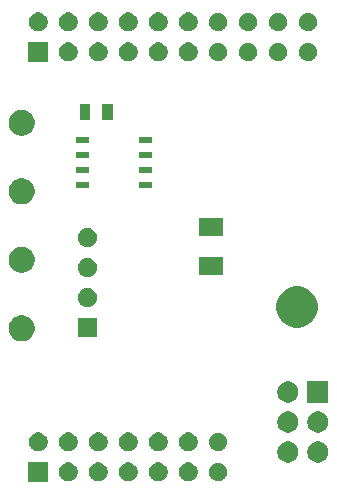
<source format=gbr>
G04 #@! TF.GenerationSoftware,KiCad,Pcbnew,5.0.2-bee76a0~70~ubuntu18.04.1*
G04 #@! TF.CreationDate,2019-03-07T19:49:32+01:00*
G04 #@! TF.ProjectId,bus-module_atmega328,6275732d-6d6f-4647-956c-655f61746d65,C*
G04 #@! TF.SameCoordinates,Original*
G04 #@! TF.FileFunction,Soldermask,Bot*
G04 #@! TF.FilePolarity,Negative*
%FSLAX46Y46*%
G04 Gerber Fmt 4.6, Leading zero omitted, Abs format (unit mm)*
G04 Created by KiCad (PCBNEW 5.0.2-bee76a0~70~ubuntu18.04.1) date Do 07 Mär 2019 19:49:32 CET*
%MOMM*%
%LPD*%
G01*
G04 APERTURE LIST*
%ADD10C,0.100000*%
G04 APERTURE END LIST*
D10*
G36*
X89400500Y-119795500D02*
X87749500Y-119795500D01*
X87749500Y-118144500D01*
X89400500Y-118144500D01*
X89400500Y-119795500D01*
X89400500Y-119795500D01*
G37*
G36*
X101508378Y-118200647D02*
X101653990Y-118260961D01*
X101785037Y-118348524D01*
X101896476Y-118459963D01*
X101984039Y-118591010D01*
X102044353Y-118736622D01*
X102075100Y-118891196D01*
X102075100Y-119048804D01*
X102044353Y-119203378D01*
X101984039Y-119348990D01*
X101896476Y-119480037D01*
X101785037Y-119591476D01*
X101653990Y-119679039D01*
X101508378Y-119739353D01*
X101353804Y-119770100D01*
X101196196Y-119770100D01*
X101041622Y-119739353D01*
X100896010Y-119679039D01*
X100764963Y-119591476D01*
X100653524Y-119480037D01*
X100565961Y-119348990D01*
X100505647Y-119203378D01*
X100474900Y-119048804D01*
X100474900Y-118891196D01*
X100505647Y-118736622D01*
X100565961Y-118591010D01*
X100653524Y-118459963D01*
X100764963Y-118348524D01*
X100896010Y-118260961D01*
X101041622Y-118200647D01*
X101196196Y-118169900D01*
X101353804Y-118169900D01*
X101508378Y-118200647D01*
X101508378Y-118200647D01*
G37*
G36*
X98968378Y-118200647D02*
X99113990Y-118260961D01*
X99245037Y-118348524D01*
X99356476Y-118459963D01*
X99444039Y-118591010D01*
X99504353Y-118736622D01*
X99535100Y-118891196D01*
X99535100Y-119048804D01*
X99504353Y-119203378D01*
X99444039Y-119348990D01*
X99356476Y-119480037D01*
X99245037Y-119591476D01*
X99113990Y-119679039D01*
X98968378Y-119739353D01*
X98813804Y-119770100D01*
X98656196Y-119770100D01*
X98501622Y-119739353D01*
X98356010Y-119679039D01*
X98224963Y-119591476D01*
X98113524Y-119480037D01*
X98025961Y-119348990D01*
X97965647Y-119203378D01*
X97934900Y-119048804D01*
X97934900Y-118891196D01*
X97965647Y-118736622D01*
X98025961Y-118591010D01*
X98113524Y-118459963D01*
X98224963Y-118348524D01*
X98356010Y-118260961D01*
X98501622Y-118200647D01*
X98656196Y-118169900D01*
X98813804Y-118169900D01*
X98968378Y-118200647D01*
X98968378Y-118200647D01*
G37*
G36*
X96428378Y-118200647D02*
X96573990Y-118260961D01*
X96705037Y-118348524D01*
X96816476Y-118459963D01*
X96904039Y-118591010D01*
X96964353Y-118736622D01*
X96995100Y-118891196D01*
X96995100Y-119048804D01*
X96964353Y-119203378D01*
X96904039Y-119348990D01*
X96816476Y-119480037D01*
X96705037Y-119591476D01*
X96573990Y-119679039D01*
X96428378Y-119739353D01*
X96273804Y-119770100D01*
X96116196Y-119770100D01*
X95961622Y-119739353D01*
X95816010Y-119679039D01*
X95684963Y-119591476D01*
X95573524Y-119480037D01*
X95485961Y-119348990D01*
X95425647Y-119203378D01*
X95394900Y-119048804D01*
X95394900Y-118891196D01*
X95425647Y-118736622D01*
X95485961Y-118591010D01*
X95573524Y-118459963D01*
X95684963Y-118348524D01*
X95816010Y-118260961D01*
X95961622Y-118200647D01*
X96116196Y-118169900D01*
X96273804Y-118169900D01*
X96428378Y-118200647D01*
X96428378Y-118200647D01*
G37*
G36*
X91348378Y-118200647D02*
X91493990Y-118260961D01*
X91625037Y-118348524D01*
X91736476Y-118459963D01*
X91824039Y-118591010D01*
X91884353Y-118736622D01*
X91915100Y-118891196D01*
X91915100Y-119048804D01*
X91884353Y-119203378D01*
X91824039Y-119348990D01*
X91736476Y-119480037D01*
X91625037Y-119591476D01*
X91493990Y-119679039D01*
X91348378Y-119739353D01*
X91193804Y-119770100D01*
X91036196Y-119770100D01*
X90881622Y-119739353D01*
X90736010Y-119679039D01*
X90604963Y-119591476D01*
X90493524Y-119480037D01*
X90405961Y-119348990D01*
X90345647Y-119203378D01*
X90314900Y-119048804D01*
X90314900Y-118891196D01*
X90345647Y-118736622D01*
X90405961Y-118591010D01*
X90493524Y-118459963D01*
X90604963Y-118348524D01*
X90736010Y-118260961D01*
X90881622Y-118200647D01*
X91036196Y-118169900D01*
X91193804Y-118169900D01*
X91348378Y-118200647D01*
X91348378Y-118200647D01*
G37*
G36*
X93888378Y-118200647D02*
X94033990Y-118260961D01*
X94165037Y-118348524D01*
X94276476Y-118459963D01*
X94364039Y-118591010D01*
X94424353Y-118736622D01*
X94455100Y-118891196D01*
X94455100Y-119048804D01*
X94424353Y-119203378D01*
X94364039Y-119348990D01*
X94276476Y-119480037D01*
X94165037Y-119591476D01*
X94033990Y-119679039D01*
X93888378Y-119739353D01*
X93733804Y-119770100D01*
X93576196Y-119770100D01*
X93421622Y-119739353D01*
X93276010Y-119679039D01*
X93144963Y-119591476D01*
X93033524Y-119480037D01*
X92945961Y-119348990D01*
X92885647Y-119203378D01*
X92854900Y-119048804D01*
X92854900Y-118891196D01*
X92885647Y-118736622D01*
X92945961Y-118591010D01*
X93033524Y-118459963D01*
X93144963Y-118348524D01*
X93276010Y-118260961D01*
X93421622Y-118200647D01*
X93576196Y-118169900D01*
X93733804Y-118169900D01*
X93888378Y-118200647D01*
X93888378Y-118200647D01*
G37*
G36*
X103988195Y-118227522D02*
X104037267Y-118237283D01*
X104175942Y-118294724D01*
X104300750Y-118378118D01*
X104406882Y-118484250D01*
X104406884Y-118484253D01*
X104490276Y-118609058D01*
X104543115Y-118736622D01*
X104547717Y-118747734D01*
X104577000Y-118894948D01*
X104577000Y-119045052D01*
X104557478Y-119143195D01*
X104547717Y-119192267D01*
X104490276Y-119330942D01*
X104406882Y-119455750D01*
X104300750Y-119561882D01*
X104300747Y-119561884D01*
X104175942Y-119645276D01*
X104037267Y-119702717D01*
X103988195Y-119712478D01*
X103890052Y-119732000D01*
X103739948Y-119732000D01*
X103641805Y-119712478D01*
X103592733Y-119702717D01*
X103454058Y-119645276D01*
X103329253Y-119561884D01*
X103329250Y-119561882D01*
X103223118Y-119455750D01*
X103139724Y-119330942D01*
X103082283Y-119192267D01*
X103072522Y-119143195D01*
X103053000Y-119045052D01*
X103053000Y-118894948D01*
X103082283Y-118747734D01*
X103086886Y-118736622D01*
X103139724Y-118609058D01*
X103223116Y-118484253D01*
X103223118Y-118484250D01*
X103329250Y-118378118D01*
X103454058Y-118294724D01*
X103592733Y-118237283D01*
X103641805Y-118227522D01*
X103739948Y-118208000D01*
X103890052Y-118208000D01*
X103988195Y-118227522D01*
X103988195Y-118227522D01*
G37*
G36*
X109972521Y-116424586D02*
X110136309Y-116492429D01*
X110283720Y-116590926D01*
X110409074Y-116716280D01*
X110507571Y-116863691D01*
X110575414Y-117027479D01*
X110610000Y-117201356D01*
X110610000Y-117378644D01*
X110575414Y-117552521D01*
X110507571Y-117716309D01*
X110409074Y-117863720D01*
X110283720Y-117989074D01*
X110136309Y-118087571D01*
X109972521Y-118155414D01*
X109798644Y-118190000D01*
X109621356Y-118190000D01*
X109447479Y-118155414D01*
X109283691Y-118087571D01*
X109136280Y-117989074D01*
X109010926Y-117863720D01*
X108912429Y-117716309D01*
X108844586Y-117552521D01*
X108810000Y-117378644D01*
X108810000Y-117201356D01*
X108844586Y-117027479D01*
X108912429Y-116863691D01*
X109010926Y-116716280D01*
X109136280Y-116590926D01*
X109283691Y-116492429D01*
X109447479Y-116424586D01*
X109621356Y-116390000D01*
X109798644Y-116390000D01*
X109972521Y-116424586D01*
X109972521Y-116424586D01*
G37*
G36*
X112512521Y-116424586D02*
X112676309Y-116492429D01*
X112823720Y-116590926D01*
X112949074Y-116716280D01*
X113047571Y-116863691D01*
X113115414Y-117027479D01*
X113150000Y-117201356D01*
X113150000Y-117378644D01*
X113115414Y-117552521D01*
X113047571Y-117716309D01*
X112949074Y-117863720D01*
X112823720Y-117989074D01*
X112676309Y-118087571D01*
X112512521Y-118155414D01*
X112338644Y-118190000D01*
X112161356Y-118190000D01*
X111987479Y-118155414D01*
X111823691Y-118087571D01*
X111676280Y-117989074D01*
X111550926Y-117863720D01*
X111452429Y-117716309D01*
X111384586Y-117552521D01*
X111350000Y-117378644D01*
X111350000Y-117201356D01*
X111384586Y-117027479D01*
X111452429Y-116863691D01*
X111550926Y-116716280D01*
X111676280Y-116590926D01*
X111823691Y-116492429D01*
X111987479Y-116424586D01*
X112161356Y-116390000D01*
X112338644Y-116390000D01*
X112512521Y-116424586D01*
X112512521Y-116424586D01*
G37*
G36*
X93888378Y-115660647D02*
X94033990Y-115720961D01*
X94165037Y-115808524D01*
X94276476Y-115919963D01*
X94364039Y-116051010D01*
X94424353Y-116196622D01*
X94455100Y-116351196D01*
X94455100Y-116508804D01*
X94424353Y-116663378D01*
X94364039Y-116808990D01*
X94276476Y-116940037D01*
X94165037Y-117051476D01*
X94033990Y-117139039D01*
X93888378Y-117199353D01*
X93733804Y-117230100D01*
X93576196Y-117230100D01*
X93421622Y-117199353D01*
X93276010Y-117139039D01*
X93144963Y-117051476D01*
X93033524Y-116940037D01*
X92945961Y-116808990D01*
X92885647Y-116663378D01*
X92854900Y-116508804D01*
X92854900Y-116351196D01*
X92885647Y-116196622D01*
X92945961Y-116051010D01*
X93033524Y-115919963D01*
X93144963Y-115808524D01*
X93276010Y-115720961D01*
X93421622Y-115660647D01*
X93576196Y-115629900D01*
X93733804Y-115629900D01*
X93888378Y-115660647D01*
X93888378Y-115660647D01*
G37*
G36*
X91348378Y-115660647D02*
X91493990Y-115720961D01*
X91625037Y-115808524D01*
X91736476Y-115919963D01*
X91824039Y-116051010D01*
X91884353Y-116196622D01*
X91915100Y-116351196D01*
X91915100Y-116508804D01*
X91884353Y-116663378D01*
X91824039Y-116808990D01*
X91736476Y-116940037D01*
X91625037Y-117051476D01*
X91493990Y-117139039D01*
X91348378Y-117199353D01*
X91193804Y-117230100D01*
X91036196Y-117230100D01*
X90881622Y-117199353D01*
X90736010Y-117139039D01*
X90604963Y-117051476D01*
X90493524Y-116940037D01*
X90405961Y-116808990D01*
X90345647Y-116663378D01*
X90314900Y-116508804D01*
X90314900Y-116351196D01*
X90345647Y-116196622D01*
X90405961Y-116051010D01*
X90493524Y-115919963D01*
X90604963Y-115808524D01*
X90736010Y-115720961D01*
X90881622Y-115660647D01*
X91036196Y-115629900D01*
X91193804Y-115629900D01*
X91348378Y-115660647D01*
X91348378Y-115660647D01*
G37*
G36*
X96428378Y-115660647D02*
X96573990Y-115720961D01*
X96705037Y-115808524D01*
X96816476Y-115919963D01*
X96904039Y-116051010D01*
X96964353Y-116196622D01*
X96995100Y-116351196D01*
X96995100Y-116508804D01*
X96964353Y-116663378D01*
X96904039Y-116808990D01*
X96816476Y-116940037D01*
X96705037Y-117051476D01*
X96573990Y-117139039D01*
X96428378Y-117199353D01*
X96273804Y-117230100D01*
X96116196Y-117230100D01*
X95961622Y-117199353D01*
X95816010Y-117139039D01*
X95684963Y-117051476D01*
X95573524Y-116940037D01*
X95485961Y-116808990D01*
X95425647Y-116663378D01*
X95394900Y-116508804D01*
X95394900Y-116351196D01*
X95425647Y-116196622D01*
X95485961Y-116051010D01*
X95573524Y-115919963D01*
X95684963Y-115808524D01*
X95816010Y-115720961D01*
X95961622Y-115660647D01*
X96116196Y-115629900D01*
X96273804Y-115629900D01*
X96428378Y-115660647D01*
X96428378Y-115660647D01*
G37*
G36*
X88808378Y-115660647D02*
X88953990Y-115720961D01*
X89085037Y-115808524D01*
X89196476Y-115919963D01*
X89284039Y-116051010D01*
X89344353Y-116196622D01*
X89375100Y-116351196D01*
X89375100Y-116508804D01*
X89344353Y-116663378D01*
X89284039Y-116808990D01*
X89196476Y-116940037D01*
X89085037Y-117051476D01*
X88953990Y-117139039D01*
X88808378Y-117199353D01*
X88653804Y-117230100D01*
X88496196Y-117230100D01*
X88341622Y-117199353D01*
X88196010Y-117139039D01*
X88064963Y-117051476D01*
X87953524Y-116940037D01*
X87865961Y-116808990D01*
X87805647Y-116663378D01*
X87774900Y-116508804D01*
X87774900Y-116351196D01*
X87805647Y-116196622D01*
X87865961Y-116051010D01*
X87953524Y-115919963D01*
X88064963Y-115808524D01*
X88196010Y-115720961D01*
X88341622Y-115660647D01*
X88496196Y-115629900D01*
X88653804Y-115629900D01*
X88808378Y-115660647D01*
X88808378Y-115660647D01*
G37*
G36*
X98968378Y-115660647D02*
X99113990Y-115720961D01*
X99245037Y-115808524D01*
X99356476Y-115919963D01*
X99444039Y-116051010D01*
X99504353Y-116196622D01*
X99535100Y-116351196D01*
X99535100Y-116508804D01*
X99504353Y-116663378D01*
X99444039Y-116808990D01*
X99356476Y-116940037D01*
X99245037Y-117051476D01*
X99113990Y-117139039D01*
X98968378Y-117199353D01*
X98813804Y-117230100D01*
X98656196Y-117230100D01*
X98501622Y-117199353D01*
X98356010Y-117139039D01*
X98224963Y-117051476D01*
X98113524Y-116940037D01*
X98025961Y-116808990D01*
X97965647Y-116663378D01*
X97934900Y-116508804D01*
X97934900Y-116351196D01*
X97965647Y-116196622D01*
X98025961Y-116051010D01*
X98113524Y-115919963D01*
X98224963Y-115808524D01*
X98356010Y-115720961D01*
X98501622Y-115660647D01*
X98656196Y-115629900D01*
X98813804Y-115629900D01*
X98968378Y-115660647D01*
X98968378Y-115660647D01*
G37*
G36*
X101508378Y-115660647D02*
X101653990Y-115720961D01*
X101785037Y-115808524D01*
X101896476Y-115919963D01*
X101984039Y-116051010D01*
X102044353Y-116196622D01*
X102075100Y-116351196D01*
X102075100Y-116508804D01*
X102044353Y-116663378D01*
X101984039Y-116808990D01*
X101896476Y-116940037D01*
X101785037Y-117051476D01*
X101653990Y-117139039D01*
X101508378Y-117199353D01*
X101353804Y-117230100D01*
X101196196Y-117230100D01*
X101041622Y-117199353D01*
X100896010Y-117139039D01*
X100764963Y-117051476D01*
X100653524Y-116940037D01*
X100565961Y-116808990D01*
X100505647Y-116663378D01*
X100474900Y-116508804D01*
X100474900Y-116351196D01*
X100505647Y-116196622D01*
X100565961Y-116051010D01*
X100653524Y-115919963D01*
X100764963Y-115808524D01*
X100896010Y-115720961D01*
X101041622Y-115660647D01*
X101196196Y-115629900D01*
X101353804Y-115629900D01*
X101508378Y-115660647D01*
X101508378Y-115660647D01*
G37*
G36*
X103988195Y-115687522D02*
X104037267Y-115697283D01*
X104175942Y-115754724D01*
X104300750Y-115838118D01*
X104406882Y-115944250D01*
X104406884Y-115944253D01*
X104490276Y-116069058D01*
X104543115Y-116196622D01*
X104547717Y-116207734D01*
X104577000Y-116354948D01*
X104577000Y-116505052D01*
X104559919Y-116590924D01*
X104547717Y-116652267D01*
X104521202Y-116716280D01*
X104490276Y-116790942D01*
X104406882Y-116915750D01*
X104300750Y-117021882D01*
X104300747Y-117021884D01*
X104175942Y-117105276D01*
X104037267Y-117162717D01*
X103988195Y-117172478D01*
X103890052Y-117192000D01*
X103739948Y-117192000D01*
X103641805Y-117172478D01*
X103592733Y-117162717D01*
X103454058Y-117105276D01*
X103329253Y-117021884D01*
X103329250Y-117021882D01*
X103223118Y-116915750D01*
X103139724Y-116790942D01*
X103108798Y-116716280D01*
X103082283Y-116652267D01*
X103070081Y-116590924D01*
X103053000Y-116505052D01*
X103053000Y-116354948D01*
X103082283Y-116207734D01*
X103086886Y-116196622D01*
X103139724Y-116069058D01*
X103223116Y-115944253D01*
X103223118Y-115944250D01*
X103329250Y-115838118D01*
X103454058Y-115754724D01*
X103592733Y-115697283D01*
X103641805Y-115687522D01*
X103739948Y-115668000D01*
X103890052Y-115668000D01*
X103988195Y-115687522D01*
X103988195Y-115687522D01*
G37*
G36*
X112512521Y-113884586D02*
X112676309Y-113952429D01*
X112823720Y-114050926D01*
X112949074Y-114176280D01*
X113047571Y-114323691D01*
X113115414Y-114487479D01*
X113150000Y-114661356D01*
X113150000Y-114838644D01*
X113115414Y-115012521D01*
X113047571Y-115176309D01*
X112949074Y-115323720D01*
X112823720Y-115449074D01*
X112676309Y-115547571D01*
X112512521Y-115615414D01*
X112338644Y-115650000D01*
X112161356Y-115650000D01*
X111987479Y-115615414D01*
X111823691Y-115547571D01*
X111676280Y-115449074D01*
X111550926Y-115323720D01*
X111452429Y-115176309D01*
X111384586Y-115012521D01*
X111350000Y-114838644D01*
X111350000Y-114661356D01*
X111384586Y-114487479D01*
X111452429Y-114323691D01*
X111550926Y-114176280D01*
X111676280Y-114050926D01*
X111823691Y-113952429D01*
X111987479Y-113884586D01*
X112161356Y-113850000D01*
X112338644Y-113850000D01*
X112512521Y-113884586D01*
X112512521Y-113884586D01*
G37*
G36*
X109972521Y-113884586D02*
X110136309Y-113952429D01*
X110283720Y-114050926D01*
X110409074Y-114176280D01*
X110507571Y-114323691D01*
X110575414Y-114487479D01*
X110610000Y-114661356D01*
X110610000Y-114838644D01*
X110575414Y-115012521D01*
X110507571Y-115176309D01*
X110409074Y-115323720D01*
X110283720Y-115449074D01*
X110136309Y-115547571D01*
X109972521Y-115615414D01*
X109798644Y-115650000D01*
X109621356Y-115650000D01*
X109447479Y-115615414D01*
X109283691Y-115547571D01*
X109136280Y-115449074D01*
X109010926Y-115323720D01*
X108912429Y-115176309D01*
X108844586Y-115012521D01*
X108810000Y-114838644D01*
X108810000Y-114661356D01*
X108844586Y-114487479D01*
X108912429Y-114323691D01*
X109010926Y-114176280D01*
X109136280Y-114050926D01*
X109283691Y-113952429D01*
X109447479Y-113884586D01*
X109621356Y-113850000D01*
X109798644Y-113850000D01*
X109972521Y-113884586D01*
X109972521Y-113884586D01*
G37*
G36*
X113150000Y-113110000D02*
X111350000Y-113110000D01*
X111350000Y-111310000D01*
X113150000Y-111310000D01*
X113150000Y-113110000D01*
X113150000Y-113110000D01*
G37*
G36*
X109972521Y-111344586D02*
X110136309Y-111412429D01*
X110283720Y-111510926D01*
X110409074Y-111636280D01*
X110507571Y-111783691D01*
X110575414Y-111947479D01*
X110610000Y-112121356D01*
X110610000Y-112298644D01*
X110575414Y-112472521D01*
X110507571Y-112636309D01*
X110409074Y-112783720D01*
X110283720Y-112909074D01*
X110136309Y-113007571D01*
X109972521Y-113075414D01*
X109798644Y-113110000D01*
X109621356Y-113110000D01*
X109447479Y-113075414D01*
X109283691Y-113007571D01*
X109136280Y-112909074D01*
X109010926Y-112783720D01*
X108912429Y-112636309D01*
X108844586Y-112472521D01*
X108810000Y-112298644D01*
X108810000Y-112121356D01*
X108844586Y-111947479D01*
X108912429Y-111783691D01*
X109010926Y-111636280D01*
X109136280Y-111510926D01*
X109283691Y-111412429D01*
X109447479Y-111344586D01*
X109621356Y-111310000D01*
X109798644Y-111310000D01*
X109972521Y-111344586D01*
X109972521Y-111344586D01*
G37*
G36*
X87495857Y-105752272D02*
X87696042Y-105835191D01*
X87876213Y-105955578D01*
X88029422Y-106108787D01*
X88149809Y-106288958D01*
X88232728Y-106489143D01*
X88275000Y-106701658D01*
X88275000Y-106918342D01*
X88232728Y-107130857D01*
X88149809Y-107331042D01*
X88029422Y-107511213D01*
X87876213Y-107664422D01*
X87696042Y-107784809D01*
X87495857Y-107867728D01*
X87283342Y-107910000D01*
X87066658Y-107910000D01*
X86854143Y-107867728D01*
X86653958Y-107784809D01*
X86473787Y-107664422D01*
X86320578Y-107511213D01*
X86200191Y-107331042D01*
X86117272Y-107130857D01*
X86075000Y-106918342D01*
X86075000Y-106701658D01*
X86117272Y-106489143D01*
X86200191Y-106288958D01*
X86320578Y-106108787D01*
X86473787Y-105955578D01*
X86653958Y-105835191D01*
X86854143Y-105752272D01*
X87066658Y-105710000D01*
X87283342Y-105710000D01*
X87495857Y-105752272D01*
X87495857Y-105752272D01*
G37*
G36*
X93550000Y-107550000D02*
X91950000Y-107550000D01*
X91950000Y-105950000D01*
X93550000Y-105950000D01*
X93550000Y-107550000D01*
X93550000Y-107550000D01*
G37*
G36*
X111010456Y-103317251D02*
X111328936Y-103449170D01*
X111615560Y-103640686D01*
X111859314Y-103884440D01*
X112050830Y-104171064D01*
X112182749Y-104489544D01*
X112250000Y-104827640D01*
X112250000Y-105172360D01*
X112182749Y-105510456D01*
X112050830Y-105828936D01*
X111859314Y-106115560D01*
X111615560Y-106359314D01*
X111328936Y-106550830D01*
X111010456Y-106682749D01*
X110672360Y-106750000D01*
X110327640Y-106750000D01*
X109989544Y-106682749D01*
X109671064Y-106550830D01*
X109384440Y-106359314D01*
X109140686Y-106115560D01*
X108949170Y-105828936D01*
X108817251Y-105510456D01*
X108750000Y-105172360D01*
X108750000Y-104827640D01*
X108817251Y-104489544D01*
X108949170Y-104171064D01*
X109140686Y-103884440D01*
X109384440Y-103640686D01*
X109671064Y-103449170D01*
X109989544Y-103317251D01*
X110327640Y-103250000D01*
X110672360Y-103250000D01*
X111010456Y-103317251D01*
X111010456Y-103317251D01*
G37*
G36*
X92983352Y-103440743D02*
X93128941Y-103501048D01*
X93259973Y-103588601D01*
X93371399Y-103700027D01*
X93458952Y-103831059D01*
X93519257Y-103976648D01*
X93550000Y-104131205D01*
X93550000Y-104288795D01*
X93519257Y-104443352D01*
X93458952Y-104588941D01*
X93371399Y-104719973D01*
X93259973Y-104831399D01*
X93128941Y-104918952D01*
X92983352Y-104979257D01*
X92828795Y-105010000D01*
X92671205Y-105010000D01*
X92516648Y-104979257D01*
X92371059Y-104918952D01*
X92240027Y-104831399D01*
X92128601Y-104719973D01*
X92041048Y-104588941D01*
X91980743Y-104443352D01*
X91950000Y-104288795D01*
X91950000Y-104131205D01*
X91980743Y-103976648D01*
X92041048Y-103831059D01*
X92128601Y-103700027D01*
X92240027Y-103588601D01*
X92371059Y-103501048D01*
X92516648Y-103440743D01*
X92671205Y-103410000D01*
X92828795Y-103410000D01*
X92983352Y-103440743D01*
X92983352Y-103440743D01*
G37*
G36*
X92983352Y-100900743D02*
X93128941Y-100961048D01*
X93259973Y-101048601D01*
X93371399Y-101160027D01*
X93458952Y-101291059D01*
X93519257Y-101436648D01*
X93550000Y-101591205D01*
X93550000Y-101748795D01*
X93519257Y-101903352D01*
X93458952Y-102048941D01*
X93371399Y-102179973D01*
X93259973Y-102291399D01*
X93128941Y-102378952D01*
X92983352Y-102439257D01*
X92828795Y-102470000D01*
X92671205Y-102470000D01*
X92516648Y-102439257D01*
X92371059Y-102378952D01*
X92240027Y-102291399D01*
X92128601Y-102179973D01*
X92041048Y-102048941D01*
X91980743Y-101903352D01*
X91950000Y-101748795D01*
X91950000Y-101591205D01*
X91980743Y-101436648D01*
X92041048Y-101291059D01*
X92128601Y-101160027D01*
X92240027Y-101048601D01*
X92371059Y-100961048D01*
X92516648Y-100900743D01*
X92671205Y-100870000D01*
X92828795Y-100870000D01*
X92983352Y-100900743D01*
X92983352Y-100900743D01*
G37*
G36*
X104196000Y-102333000D02*
X102164000Y-102333000D01*
X102164000Y-100809000D01*
X104196000Y-100809000D01*
X104196000Y-102333000D01*
X104196000Y-102333000D01*
G37*
G36*
X87495857Y-99952272D02*
X87696042Y-100035191D01*
X87876213Y-100155578D01*
X88029422Y-100308787D01*
X88149809Y-100488958D01*
X88232728Y-100689143D01*
X88275000Y-100901658D01*
X88275000Y-101118342D01*
X88232728Y-101330857D01*
X88149809Y-101531042D01*
X88029422Y-101711213D01*
X87876213Y-101864422D01*
X87876210Y-101864424D01*
X87876209Y-101864425D01*
X87696045Y-101984807D01*
X87696042Y-101984809D01*
X87495857Y-102067728D01*
X87283342Y-102110000D01*
X87066658Y-102110000D01*
X86854143Y-102067728D01*
X86653958Y-101984809D01*
X86653955Y-101984807D01*
X86473791Y-101864425D01*
X86473790Y-101864424D01*
X86473787Y-101864422D01*
X86320578Y-101711213D01*
X86200191Y-101531042D01*
X86117272Y-101330857D01*
X86075000Y-101118342D01*
X86075000Y-100901658D01*
X86117272Y-100689143D01*
X86200191Y-100488958D01*
X86320578Y-100308787D01*
X86473787Y-100155578D01*
X86653958Y-100035191D01*
X86854143Y-99952272D01*
X87066658Y-99910000D01*
X87283342Y-99910000D01*
X87495857Y-99952272D01*
X87495857Y-99952272D01*
G37*
G36*
X92983352Y-98360743D02*
X93128941Y-98421048D01*
X93259973Y-98508601D01*
X93371399Y-98620027D01*
X93458952Y-98751059D01*
X93519257Y-98896648D01*
X93550000Y-99051205D01*
X93550000Y-99208795D01*
X93519257Y-99363352D01*
X93458952Y-99508941D01*
X93371399Y-99639973D01*
X93259973Y-99751399D01*
X93128941Y-99838952D01*
X92983352Y-99899257D01*
X92828795Y-99930000D01*
X92671205Y-99930000D01*
X92516648Y-99899257D01*
X92371059Y-99838952D01*
X92240027Y-99751399D01*
X92128601Y-99639973D01*
X92041048Y-99508941D01*
X91980743Y-99363352D01*
X91950000Y-99208795D01*
X91950000Y-99051205D01*
X91980743Y-98896648D01*
X92041048Y-98751059D01*
X92128601Y-98620027D01*
X92240027Y-98508601D01*
X92371059Y-98421048D01*
X92516648Y-98360743D01*
X92671205Y-98330000D01*
X92828795Y-98330000D01*
X92983352Y-98360743D01*
X92983352Y-98360743D01*
G37*
G36*
X104196000Y-99031000D02*
X102164000Y-99031000D01*
X102164000Y-97507000D01*
X104196000Y-97507000D01*
X104196000Y-99031000D01*
X104196000Y-99031000D01*
G37*
G36*
X87495857Y-94152272D02*
X87696042Y-94235191D01*
X87876213Y-94355578D01*
X88029422Y-94508787D01*
X88149809Y-94688958D01*
X88232728Y-94889143D01*
X88275000Y-95101658D01*
X88275000Y-95318342D01*
X88232728Y-95530857D01*
X88149809Y-95731042D01*
X88029422Y-95911213D01*
X87876213Y-96064422D01*
X87696042Y-96184809D01*
X87495857Y-96267728D01*
X87283342Y-96310000D01*
X87066658Y-96310000D01*
X86854143Y-96267728D01*
X86653958Y-96184809D01*
X86473787Y-96064422D01*
X86320578Y-95911213D01*
X86200191Y-95731042D01*
X86117272Y-95530857D01*
X86075000Y-95318342D01*
X86075000Y-95101658D01*
X86117272Y-94889143D01*
X86200191Y-94688958D01*
X86320578Y-94508787D01*
X86473787Y-94355578D01*
X86653958Y-94235191D01*
X86854143Y-94152272D01*
X87066658Y-94110000D01*
X87283342Y-94110000D01*
X87495857Y-94152272D01*
X87495857Y-94152272D01*
G37*
G36*
X98238500Y-94909000D02*
X97095500Y-94909000D01*
X97095500Y-94401000D01*
X98238500Y-94401000D01*
X98238500Y-94909000D01*
X98238500Y-94909000D01*
G37*
G36*
X92904500Y-94909000D02*
X91761500Y-94909000D01*
X91761500Y-94401000D01*
X92904500Y-94401000D01*
X92904500Y-94909000D01*
X92904500Y-94909000D01*
G37*
G36*
X98238500Y-93639000D02*
X97095500Y-93639000D01*
X97095500Y-93131000D01*
X98238500Y-93131000D01*
X98238500Y-93639000D01*
X98238500Y-93639000D01*
G37*
G36*
X92904500Y-93639000D02*
X91761500Y-93639000D01*
X91761500Y-93131000D01*
X92904500Y-93131000D01*
X92904500Y-93639000D01*
X92904500Y-93639000D01*
G37*
G36*
X92904500Y-92369000D02*
X91761500Y-92369000D01*
X91761500Y-91861000D01*
X92904500Y-91861000D01*
X92904500Y-92369000D01*
X92904500Y-92369000D01*
G37*
G36*
X98238500Y-92369000D02*
X97095500Y-92369000D01*
X97095500Y-91861000D01*
X98238500Y-91861000D01*
X98238500Y-92369000D01*
X98238500Y-92369000D01*
G37*
G36*
X98238500Y-91099000D02*
X97095500Y-91099000D01*
X97095500Y-90591000D01*
X98238500Y-90591000D01*
X98238500Y-91099000D01*
X98238500Y-91099000D01*
G37*
G36*
X92904500Y-91099000D02*
X91761500Y-91099000D01*
X91761500Y-90591000D01*
X92904500Y-90591000D01*
X92904500Y-91099000D01*
X92904500Y-91099000D01*
G37*
G36*
X87495857Y-88352272D02*
X87696042Y-88435191D01*
X87876213Y-88555578D01*
X88029422Y-88708787D01*
X88149809Y-88888958D01*
X88232728Y-89089143D01*
X88275000Y-89301658D01*
X88275000Y-89518342D01*
X88232728Y-89730857D01*
X88149809Y-89931042D01*
X88029422Y-90111213D01*
X87876213Y-90264422D01*
X87696042Y-90384809D01*
X87495857Y-90467728D01*
X87283342Y-90510000D01*
X87066658Y-90510000D01*
X86854143Y-90467728D01*
X86653958Y-90384809D01*
X86473787Y-90264422D01*
X86320578Y-90111213D01*
X86200191Y-89931042D01*
X86117272Y-89730857D01*
X86075000Y-89518342D01*
X86075000Y-89301658D01*
X86117272Y-89089143D01*
X86200191Y-88888958D01*
X86320578Y-88708787D01*
X86473787Y-88555578D01*
X86653958Y-88435191D01*
X86854143Y-88352272D01*
X87066658Y-88310000D01*
X87283342Y-88310000D01*
X87495857Y-88352272D01*
X87495857Y-88352272D01*
G37*
G36*
X94897000Y-89198500D02*
X94008000Y-89198500D01*
X94008000Y-87801500D01*
X94897000Y-87801500D01*
X94897000Y-89198500D01*
X94897000Y-89198500D01*
G37*
G36*
X92992000Y-89198500D02*
X92103000Y-89198500D01*
X92103000Y-87801500D01*
X92992000Y-87801500D01*
X92992000Y-89198500D01*
X92992000Y-89198500D01*
G37*
G36*
X89400500Y-84235500D02*
X87749500Y-84235500D01*
X87749500Y-82584500D01*
X89400500Y-82584500D01*
X89400500Y-84235500D01*
X89400500Y-84235500D01*
G37*
G36*
X93888378Y-82640647D02*
X94033990Y-82700961D01*
X94165037Y-82788524D01*
X94276476Y-82899963D01*
X94364039Y-83031010D01*
X94424353Y-83176622D01*
X94455100Y-83331196D01*
X94455100Y-83488804D01*
X94424353Y-83643378D01*
X94364039Y-83788990D01*
X94276476Y-83920037D01*
X94165037Y-84031476D01*
X94033990Y-84119039D01*
X93888378Y-84179353D01*
X93733804Y-84210100D01*
X93576196Y-84210100D01*
X93421622Y-84179353D01*
X93276010Y-84119039D01*
X93144963Y-84031476D01*
X93033524Y-83920037D01*
X92945961Y-83788990D01*
X92885647Y-83643378D01*
X92854900Y-83488804D01*
X92854900Y-83331196D01*
X92885647Y-83176622D01*
X92945961Y-83031010D01*
X93033524Y-82899963D01*
X93144963Y-82788524D01*
X93276010Y-82700961D01*
X93421622Y-82640647D01*
X93576196Y-82609900D01*
X93733804Y-82609900D01*
X93888378Y-82640647D01*
X93888378Y-82640647D01*
G37*
G36*
X96428378Y-82640647D02*
X96573990Y-82700961D01*
X96705037Y-82788524D01*
X96816476Y-82899963D01*
X96904039Y-83031010D01*
X96964353Y-83176622D01*
X96995100Y-83331196D01*
X96995100Y-83488804D01*
X96964353Y-83643378D01*
X96904039Y-83788990D01*
X96816476Y-83920037D01*
X96705037Y-84031476D01*
X96573990Y-84119039D01*
X96428378Y-84179353D01*
X96273804Y-84210100D01*
X96116196Y-84210100D01*
X95961622Y-84179353D01*
X95816010Y-84119039D01*
X95684963Y-84031476D01*
X95573524Y-83920037D01*
X95485961Y-83788990D01*
X95425647Y-83643378D01*
X95394900Y-83488804D01*
X95394900Y-83331196D01*
X95425647Y-83176622D01*
X95485961Y-83031010D01*
X95573524Y-82899963D01*
X95684963Y-82788524D01*
X95816010Y-82700961D01*
X95961622Y-82640647D01*
X96116196Y-82609900D01*
X96273804Y-82609900D01*
X96428378Y-82640647D01*
X96428378Y-82640647D01*
G37*
G36*
X101508378Y-82640647D02*
X101653990Y-82700961D01*
X101785037Y-82788524D01*
X101896476Y-82899963D01*
X101984039Y-83031010D01*
X102044353Y-83176622D01*
X102075100Y-83331196D01*
X102075100Y-83488804D01*
X102044353Y-83643378D01*
X101984039Y-83788990D01*
X101896476Y-83920037D01*
X101785037Y-84031476D01*
X101653990Y-84119039D01*
X101508378Y-84179353D01*
X101353804Y-84210100D01*
X101196196Y-84210100D01*
X101041622Y-84179353D01*
X100896010Y-84119039D01*
X100764963Y-84031476D01*
X100653524Y-83920037D01*
X100565961Y-83788990D01*
X100505647Y-83643378D01*
X100474900Y-83488804D01*
X100474900Y-83331196D01*
X100505647Y-83176622D01*
X100565961Y-83031010D01*
X100653524Y-82899963D01*
X100764963Y-82788524D01*
X100896010Y-82700961D01*
X101041622Y-82640647D01*
X101196196Y-82609900D01*
X101353804Y-82609900D01*
X101508378Y-82640647D01*
X101508378Y-82640647D01*
G37*
G36*
X91348378Y-82640647D02*
X91493990Y-82700961D01*
X91625037Y-82788524D01*
X91736476Y-82899963D01*
X91824039Y-83031010D01*
X91884353Y-83176622D01*
X91915100Y-83331196D01*
X91915100Y-83488804D01*
X91884353Y-83643378D01*
X91824039Y-83788990D01*
X91736476Y-83920037D01*
X91625037Y-84031476D01*
X91493990Y-84119039D01*
X91348378Y-84179353D01*
X91193804Y-84210100D01*
X91036196Y-84210100D01*
X90881622Y-84179353D01*
X90736010Y-84119039D01*
X90604963Y-84031476D01*
X90493524Y-83920037D01*
X90405961Y-83788990D01*
X90345647Y-83643378D01*
X90314900Y-83488804D01*
X90314900Y-83331196D01*
X90345647Y-83176622D01*
X90405961Y-83031010D01*
X90493524Y-82899963D01*
X90604963Y-82788524D01*
X90736010Y-82700961D01*
X90881622Y-82640647D01*
X91036196Y-82609900D01*
X91193804Y-82609900D01*
X91348378Y-82640647D01*
X91348378Y-82640647D01*
G37*
G36*
X98968378Y-82640647D02*
X99113990Y-82700961D01*
X99245037Y-82788524D01*
X99356476Y-82899963D01*
X99444039Y-83031010D01*
X99504353Y-83176622D01*
X99535100Y-83331196D01*
X99535100Y-83488804D01*
X99504353Y-83643378D01*
X99444039Y-83788990D01*
X99356476Y-83920037D01*
X99245037Y-84031476D01*
X99113990Y-84119039D01*
X98968378Y-84179353D01*
X98813804Y-84210100D01*
X98656196Y-84210100D01*
X98501622Y-84179353D01*
X98356010Y-84119039D01*
X98224963Y-84031476D01*
X98113524Y-83920037D01*
X98025961Y-83788990D01*
X97965647Y-83643378D01*
X97934900Y-83488804D01*
X97934900Y-83331196D01*
X97965647Y-83176622D01*
X98025961Y-83031010D01*
X98113524Y-82899963D01*
X98224963Y-82788524D01*
X98356010Y-82700961D01*
X98501622Y-82640647D01*
X98656196Y-82609900D01*
X98813804Y-82609900D01*
X98968378Y-82640647D01*
X98968378Y-82640647D01*
G37*
G36*
X106528195Y-82667522D02*
X106577267Y-82677283D01*
X106715942Y-82734724D01*
X106840750Y-82818118D01*
X106946882Y-82924250D01*
X106946884Y-82924253D01*
X107030276Y-83049058D01*
X107083115Y-83176622D01*
X107087717Y-83187734D01*
X107117000Y-83334948D01*
X107117000Y-83485052D01*
X107097478Y-83583195D01*
X107087717Y-83632267D01*
X107030276Y-83770942D01*
X106946882Y-83895750D01*
X106840750Y-84001882D01*
X106840747Y-84001884D01*
X106715942Y-84085276D01*
X106577267Y-84142717D01*
X106528195Y-84152478D01*
X106430052Y-84172000D01*
X106279948Y-84172000D01*
X106181805Y-84152478D01*
X106132733Y-84142717D01*
X105994058Y-84085276D01*
X105869253Y-84001884D01*
X105869250Y-84001882D01*
X105763118Y-83895750D01*
X105679724Y-83770942D01*
X105622283Y-83632267D01*
X105612522Y-83583195D01*
X105593000Y-83485052D01*
X105593000Y-83334948D01*
X105622283Y-83187734D01*
X105626886Y-83176622D01*
X105679724Y-83049058D01*
X105763116Y-82924253D01*
X105763118Y-82924250D01*
X105869250Y-82818118D01*
X105994058Y-82734724D01*
X106132733Y-82677283D01*
X106181805Y-82667522D01*
X106279948Y-82648000D01*
X106430052Y-82648000D01*
X106528195Y-82667522D01*
X106528195Y-82667522D01*
G37*
G36*
X109068195Y-82667522D02*
X109117267Y-82677283D01*
X109255942Y-82734724D01*
X109380750Y-82818118D01*
X109486882Y-82924250D01*
X109486884Y-82924253D01*
X109570276Y-83049058D01*
X109623115Y-83176622D01*
X109627717Y-83187734D01*
X109657000Y-83334948D01*
X109657000Y-83485052D01*
X109637478Y-83583195D01*
X109627717Y-83632267D01*
X109570276Y-83770942D01*
X109486882Y-83895750D01*
X109380750Y-84001882D01*
X109380747Y-84001884D01*
X109255942Y-84085276D01*
X109117267Y-84142717D01*
X109068195Y-84152478D01*
X108970052Y-84172000D01*
X108819948Y-84172000D01*
X108721805Y-84152478D01*
X108672733Y-84142717D01*
X108534058Y-84085276D01*
X108409253Y-84001884D01*
X108409250Y-84001882D01*
X108303118Y-83895750D01*
X108219724Y-83770942D01*
X108162283Y-83632267D01*
X108152522Y-83583195D01*
X108133000Y-83485052D01*
X108133000Y-83334948D01*
X108162283Y-83187734D01*
X108166886Y-83176622D01*
X108219724Y-83049058D01*
X108303116Y-82924253D01*
X108303118Y-82924250D01*
X108409250Y-82818118D01*
X108534058Y-82734724D01*
X108672733Y-82677283D01*
X108721805Y-82667522D01*
X108819948Y-82648000D01*
X108970052Y-82648000D01*
X109068195Y-82667522D01*
X109068195Y-82667522D01*
G37*
G36*
X111608195Y-82667522D02*
X111657267Y-82677283D01*
X111795942Y-82734724D01*
X111920750Y-82818118D01*
X112026882Y-82924250D01*
X112026884Y-82924253D01*
X112110276Y-83049058D01*
X112163115Y-83176622D01*
X112167717Y-83187734D01*
X112197000Y-83334948D01*
X112197000Y-83485052D01*
X112177478Y-83583195D01*
X112167717Y-83632267D01*
X112110276Y-83770942D01*
X112026882Y-83895750D01*
X111920750Y-84001882D01*
X111920747Y-84001884D01*
X111795942Y-84085276D01*
X111657267Y-84142717D01*
X111608195Y-84152478D01*
X111510052Y-84172000D01*
X111359948Y-84172000D01*
X111261805Y-84152478D01*
X111212733Y-84142717D01*
X111074058Y-84085276D01*
X110949253Y-84001884D01*
X110949250Y-84001882D01*
X110843118Y-83895750D01*
X110759724Y-83770942D01*
X110702283Y-83632267D01*
X110692522Y-83583195D01*
X110673000Y-83485052D01*
X110673000Y-83334948D01*
X110702283Y-83187734D01*
X110706886Y-83176622D01*
X110759724Y-83049058D01*
X110843116Y-82924253D01*
X110843118Y-82924250D01*
X110949250Y-82818118D01*
X111074058Y-82734724D01*
X111212733Y-82677283D01*
X111261805Y-82667522D01*
X111359948Y-82648000D01*
X111510052Y-82648000D01*
X111608195Y-82667522D01*
X111608195Y-82667522D01*
G37*
G36*
X103988195Y-82667522D02*
X104037267Y-82677283D01*
X104175942Y-82734724D01*
X104300750Y-82818118D01*
X104406882Y-82924250D01*
X104406884Y-82924253D01*
X104490276Y-83049058D01*
X104543115Y-83176622D01*
X104547717Y-83187734D01*
X104577000Y-83334948D01*
X104577000Y-83485052D01*
X104557478Y-83583195D01*
X104547717Y-83632267D01*
X104490276Y-83770942D01*
X104406882Y-83895750D01*
X104300750Y-84001882D01*
X104300747Y-84001884D01*
X104175942Y-84085276D01*
X104037267Y-84142717D01*
X103988195Y-84152478D01*
X103890052Y-84172000D01*
X103739948Y-84172000D01*
X103641805Y-84152478D01*
X103592733Y-84142717D01*
X103454058Y-84085276D01*
X103329253Y-84001884D01*
X103329250Y-84001882D01*
X103223118Y-83895750D01*
X103139724Y-83770942D01*
X103082283Y-83632267D01*
X103072522Y-83583195D01*
X103053000Y-83485052D01*
X103053000Y-83334948D01*
X103082283Y-83187734D01*
X103086886Y-83176622D01*
X103139724Y-83049058D01*
X103223116Y-82924253D01*
X103223118Y-82924250D01*
X103329250Y-82818118D01*
X103454058Y-82734724D01*
X103592733Y-82677283D01*
X103641805Y-82667522D01*
X103739948Y-82648000D01*
X103890052Y-82648000D01*
X103988195Y-82667522D01*
X103988195Y-82667522D01*
G37*
G36*
X101508378Y-80100647D02*
X101653990Y-80160961D01*
X101785037Y-80248524D01*
X101896476Y-80359963D01*
X101984039Y-80491010D01*
X102044353Y-80636622D01*
X102075100Y-80791196D01*
X102075100Y-80948804D01*
X102044353Y-81103378D01*
X101984039Y-81248990D01*
X101896476Y-81380037D01*
X101785037Y-81491476D01*
X101653990Y-81579039D01*
X101508378Y-81639353D01*
X101353804Y-81670100D01*
X101196196Y-81670100D01*
X101041622Y-81639353D01*
X100896010Y-81579039D01*
X100764963Y-81491476D01*
X100653524Y-81380037D01*
X100565961Y-81248990D01*
X100505647Y-81103378D01*
X100474900Y-80948804D01*
X100474900Y-80791196D01*
X100505647Y-80636622D01*
X100565961Y-80491010D01*
X100653524Y-80359963D01*
X100764963Y-80248524D01*
X100896010Y-80160961D01*
X101041622Y-80100647D01*
X101196196Y-80069900D01*
X101353804Y-80069900D01*
X101508378Y-80100647D01*
X101508378Y-80100647D01*
G37*
G36*
X91348378Y-80100647D02*
X91493990Y-80160961D01*
X91625037Y-80248524D01*
X91736476Y-80359963D01*
X91824039Y-80491010D01*
X91884353Y-80636622D01*
X91915100Y-80791196D01*
X91915100Y-80948804D01*
X91884353Y-81103378D01*
X91824039Y-81248990D01*
X91736476Y-81380037D01*
X91625037Y-81491476D01*
X91493990Y-81579039D01*
X91348378Y-81639353D01*
X91193804Y-81670100D01*
X91036196Y-81670100D01*
X90881622Y-81639353D01*
X90736010Y-81579039D01*
X90604963Y-81491476D01*
X90493524Y-81380037D01*
X90405961Y-81248990D01*
X90345647Y-81103378D01*
X90314900Y-80948804D01*
X90314900Y-80791196D01*
X90345647Y-80636622D01*
X90405961Y-80491010D01*
X90493524Y-80359963D01*
X90604963Y-80248524D01*
X90736010Y-80160961D01*
X90881622Y-80100647D01*
X91036196Y-80069900D01*
X91193804Y-80069900D01*
X91348378Y-80100647D01*
X91348378Y-80100647D01*
G37*
G36*
X93888378Y-80100647D02*
X94033990Y-80160961D01*
X94165037Y-80248524D01*
X94276476Y-80359963D01*
X94364039Y-80491010D01*
X94424353Y-80636622D01*
X94455100Y-80791196D01*
X94455100Y-80948804D01*
X94424353Y-81103378D01*
X94364039Y-81248990D01*
X94276476Y-81380037D01*
X94165037Y-81491476D01*
X94033990Y-81579039D01*
X93888378Y-81639353D01*
X93733804Y-81670100D01*
X93576196Y-81670100D01*
X93421622Y-81639353D01*
X93276010Y-81579039D01*
X93144963Y-81491476D01*
X93033524Y-81380037D01*
X92945961Y-81248990D01*
X92885647Y-81103378D01*
X92854900Y-80948804D01*
X92854900Y-80791196D01*
X92885647Y-80636622D01*
X92945961Y-80491010D01*
X93033524Y-80359963D01*
X93144963Y-80248524D01*
X93276010Y-80160961D01*
X93421622Y-80100647D01*
X93576196Y-80069900D01*
X93733804Y-80069900D01*
X93888378Y-80100647D01*
X93888378Y-80100647D01*
G37*
G36*
X96428378Y-80100647D02*
X96573990Y-80160961D01*
X96705037Y-80248524D01*
X96816476Y-80359963D01*
X96904039Y-80491010D01*
X96964353Y-80636622D01*
X96995100Y-80791196D01*
X96995100Y-80948804D01*
X96964353Y-81103378D01*
X96904039Y-81248990D01*
X96816476Y-81380037D01*
X96705037Y-81491476D01*
X96573990Y-81579039D01*
X96428378Y-81639353D01*
X96273804Y-81670100D01*
X96116196Y-81670100D01*
X95961622Y-81639353D01*
X95816010Y-81579039D01*
X95684963Y-81491476D01*
X95573524Y-81380037D01*
X95485961Y-81248990D01*
X95425647Y-81103378D01*
X95394900Y-80948804D01*
X95394900Y-80791196D01*
X95425647Y-80636622D01*
X95485961Y-80491010D01*
X95573524Y-80359963D01*
X95684963Y-80248524D01*
X95816010Y-80160961D01*
X95961622Y-80100647D01*
X96116196Y-80069900D01*
X96273804Y-80069900D01*
X96428378Y-80100647D01*
X96428378Y-80100647D01*
G37*
G36*
X98968378Y-80100647D02*
X99113990Y-80160961D01*
X99245037Y-80248524D01*
X99356476Y-80359963D01*
X99444039Y-80491010D01*
X99504353Y-80636622D01*
X99535100Y-80791196D01*
X99535100Y-80948804D01*
X99504353Y-81103378D01*
X99444039Y-81248990D01*
X99356476Y-81380037D01*
X99245037Y-81491476D01*
X99113990Y-81579039D01*
X98968378Y-81639353D01*
X98813804Y-81670100D01*
X98656196Y-81670100D01*
X98501622Y-81639353D01*
X98356010Y-81579039D01*
X98224963Y-81491476D01*
X98113524Y-81380037D01*
X98025961Y-81248990D01*
X97965647Y-81103378D01*
X97934900Y-80948804D01*
X97934900Y-80791196D01*
X97965647Y-80636622D01*
X98025961Y-80491010D01*
X98113524Y-80359963D01*
X98224963Y-80248524D01*
X98356010Y-80160961D01*
X98501622Y-80100647D01*
X98656196Y-80069900D01*
X98813804Y-80069900D01*
X98968378Y-80100647D01*
X98968378Y-80100647D01*
G37*
G36*
X88808378Y-80100647D02*
X88953990Y-80160961D01*
X89085037Y-80248524D01*
X89196476Y-80359963D01*
X89284039Y-80491010D01*
X89344353Y-80636622D01*
X89375100Y-80791196D01*
X89375100Y-80948804D01*
X89344353Y-81103378D01*
X89284039Y-81248990D01*
X89196476Y-81380037D01*
X89085037Y-81491476D01*
X88953990Y-81579039D01*
X88808378Y-81639353D01*
X88653804Y-81670100D01*
X88496196Y-81670100D01*
X88341622Y-81639353D01*
X88196010Y-81579039D01*
X88064963Y-81491476D01*
X87953524Y-81380037D01*
X87865961Y-81248990D01*
X87805647Y-81103378D01*
X87774900Y-80948804D01*
X87774900Y-80791196D01*
X87805647Y-80636622D01*
X87865961Y-80491010D01*
X87953524Y-80359963D01*
X88064963Y-80248524D01*
X88196010Y-80160961D01*
X88341622Y-80100647D01*
X88496196Y-80069900D01*
X88653804Y-80069900D01*
X88808378Y-80100647D01*
X88808378Y-80100647D01*
G37*
G36*
X109068195Y-80127522D02*
X109117267Y-80137283D01*
X109255942Y-80194724D01*
X109380750Y-80278118D01*
X109486882Y-80384250D01*
X109486884Y-80384253D01*
X109570276Y-80509058D01*
X109623115Y-80636622D01*
X109627717Y-80647734D01*
X109657000Y-80794948D01*
X109657000Y-80945052D01*
X109637478Y-81043195D01*
X109627717Y-81092267D01*
X109570276Y-81230942D01*
X109486882Y-81355750D01*
X109380750Y-81461882D01*
X109380747Y-81461884D01*
X109255942Y-81545276D01*
X109117267Y-81602717D01*
X109068195Y-81612478D01*
X108970052Y-81632000D01*
X108819948Y-81632000D01*
X108721805Y-81612478D01*
X108672733Y-81602717D01*
X108534058Y-81545276D01*
X108409253Y-81461884D01*
X108409250Y-81461882D01*
X108303118Y-81355750D01*
X108219724Y-81230942D01*
X108162283Y-81092267D01*
X108152522Y-81043195D01*
X108133000Y-80945052D01*
X108133000Y-80794948D01*
X108162283Y-80647734D01*
X108166886Y-80636622D01*
X108219724Y-80509058D01*
X108303116Y-80384253D01*
X108303118Y-80384250D01*
X108409250Y-80278118D01*
X108534058Y-80194724D01*
X108672733Y-80137283D01*
X108721805Y-80127522D01*
X108819948Y-80108000D01*
X108970052Y-80108000D01*
X109068195Y-80127522D01*
X109068195Y-80127522D01*
G37*
G36*
X103988195Y-80127522D02*
X104037267Y-80137283D01*
X104175942Y-80194724D01*
X104300750Y-80278118D01*
X104406882Y-80384250D01*
X104406884Y-80384253D01*
X104490276Y-80509058D01*
X104543115Y-80636622D01*
X104547717Y-80647734D01*
X104577000Y-80794948D01*
X104577000Y-80945052D01*
X104557478Y-81043195D01*
X104547717Y-81092267D01*
X104490276Y-81230942D01*
X104406882Y-81355750D01*
X104300750Y-81461882D01*
X104300747Y-81461884D01*
X104175942Y-81545276D01*
X104037267Y-81602717D01*
X103988195Y-81612478D01*
X103890052Y-81632000D01*
X103739948Y-81632000D01*
X103641805Y-81612478D01*
X103592733Y-81602717D01*
X103454058Y-81545276D01*
X103329253Y-81461884D01*
X103329250Y-81461882D01*
X103223118Y-81355750D01*
X103139724Y-81230942D01*
X103082283Y-81092267D01*
X103072522Y-81043195D01*
X103053000Y-80945052D01*
X103053000Y-80794948D01*
X103082283Y-80647734D01*
X103086886Y-80636622D01*
X103139724Y-80509058D01*
X103223116Y-80384253D01*
X103223118Y-80384250D01*
X103329250Y-80278118D01*
X103454058Y-80194724D01*
X103592733Y-80137283D01*
X103641805Y-80127522D01*
X103739948Y-80108000D01*
X103890052Y-80108000D01*
X103988195Y-80127522D01*
X103988195Y-80127522D01*
G37*
G36*
X106528195Y-80127522D02*
X106577267Y-80137283D01*
X106715942Y-80194724D01*
X106840750Y-80278118D01*
X106946882Y-80384250D01*
X106946884Y-80384253D01*
X107030276Y-80509058D01*
X107083115Y-80636622D01*
X107087717Y-80647734D01*
X107117000Y-80794948D01*
X107117000Y-80945052D01*
X107097478Y-81043195D01*
X107087717Y-81092267D01*
X107030276Y-81230942D01*
X106946882Y-81355750D01*
X106840750Y-81461882D01*
X106840747Y-81461884D01*
X106715942Y-81545276D01*
X106577267Y-81602717D01*
X106528195Y-81612478D01*
X106430052Y-81632000D01*
X106279948Y-81632000D01*
X106181805Y-81612478D01*
X106132733Y-81602717D01*
X105994058Y-81545276D01*
X105869253Y-81461884D01*
X105869250Y-81461882D01*
X105763118Y-81355750D01*
X105679724Y-81230942D01*
X105622283Y-81092267D01*
X105612522Y-81043195D01*
X105593000Y-80945052D01*
X105593000Y-80794948D01*
X105622283Y-80647734D01*
X105626886Y-80636622D01*
X105679724Y-80509058D01*
X105763116Y-80384253D01*
X105763118Y-80384250D01*
X105869250Y-80278118D01*
X105994058Y-80194724D01*
X106132733Y-80137283D01*
X106181805Y-80127522D01*
X106279948Y-80108000D01*
X106430052Y-80108000D01*
X106528195Y-80127522D01*
X106528195Y-80127522D01*
G37*
G36*
X111608195Y-80127522D02*
X111657267Y-80137283D01*
X111795942Y-80194724D01*
X111920750Y-80278118D01*
X112026882Y-80384250D01*
X112026884Y-80384253D01*
X112110276Y-80509058D01*
X112163115Y-80636622D01*
X112167717Y-80647734D01*
X112197000Y-80794948D01*
X112197000Y-80945052D01*
X112177478Y-81043195D01*
X112167717Y-81092267D01*
X112110276Y-81230942D01*
X112026882Y-81355750D01*
X111920750Y-81461882D01*
X111920747Y-81461884D01*
X111795942Y-81545276D01*
X111657267Y-81602717D01*
X111608195Y-81612478D01*
X111510052Y-81632000D01*
X111359948Y-81632000D01*
X111261805Y-81612478D01*
X111212733Y-81602717D01*
X111074058Y-81545276D01*
X110949253Y-81461884D01*
X110949250Y-81461882D01*
X110843118Y-81355750D01*
X110759724Y-81230942D01*
X110702283Y-81092267D01*
X110692522Y-81043195D01*
X110673000Y-80945052D01*
X110673000Y-80794948D01*
X110702283Y-80647734D01*
X110706886Y-80636622D01*
X110759724Y-80509058D01*
X110843116Y-80384253D01*
X110843118Y-80384250D01*
X110949250Y-80278118D01*
X111074058Y-80194724D01*
X111212733Y-80137283D01*
X111261805Y-80127522D01*
X111359948Y-80108000D01*
X111510052Y-80108000D01*
X111608195Y-80127522D01*
X111608195Y-80127522D01*
G37*
M02*

</source>
